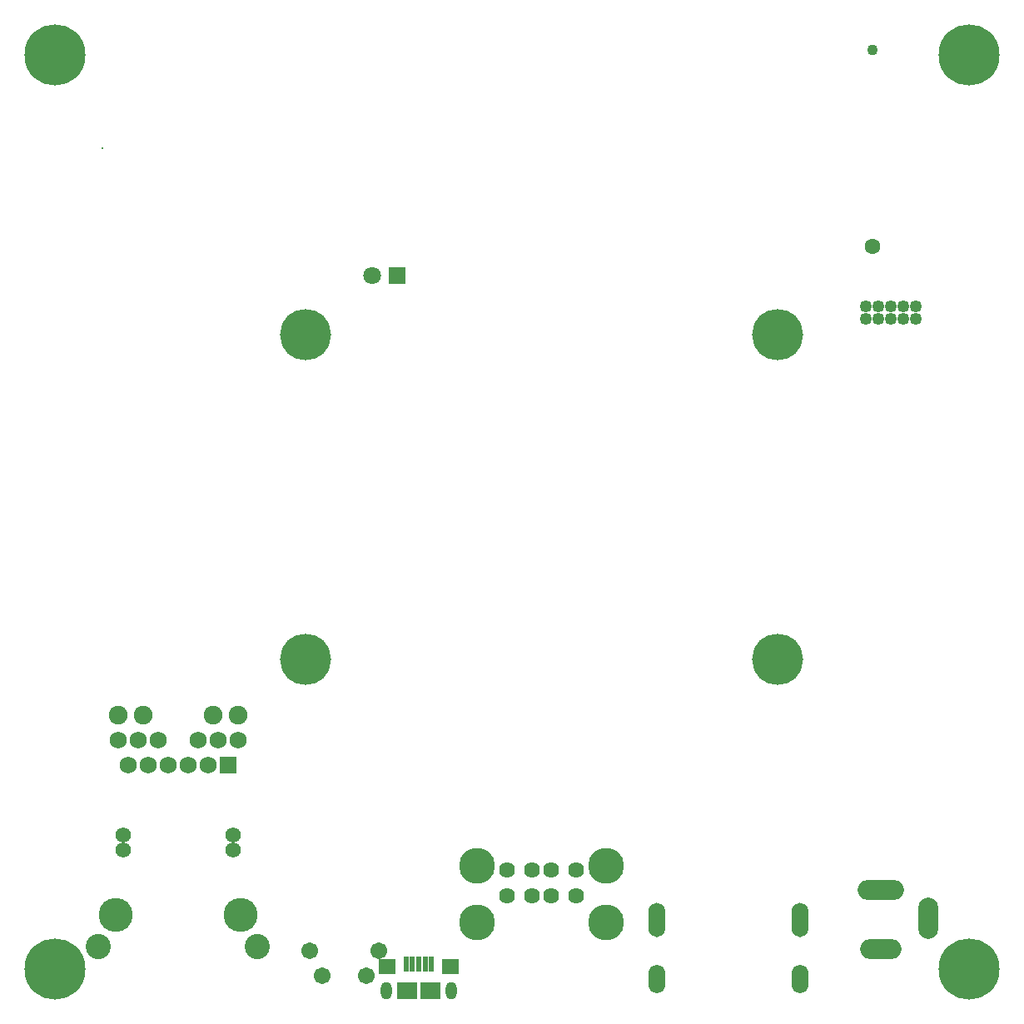
<source format=gbs>
G04*
G04 #@! TF.GenerationSoftware,Altium Limited,Altium Designer,22.2.1 (43)*
G04*
G04 Layer_Color=16711935*
%FSAX24Y24*%
%MOIN*%
G70*
G04*
G04 #@! TF.SameCoordinates,07477AA8-A169-438C-A272-D3E418652323*
G04*
G04*
G04 #@! TF.FilePolarity,Negative*
G04*
G01*
G75*
%ADD136O,0.1852X0.0789*%
%ADD137O,0.0789X0.1655*%
%ADD138O,0.1655X0.0789*%
%ADD139C,0.2442*%
%ADD140C,0.0710*%
%ADD141R,0.0710X0.0710*%
%ADD142C,0.0493*%
%ADD143O,0.0434X0.0710*%
%ADD144C,0.0639*%
%ADD145C,0.1438*%
%ADD146C,0.2049*%
%ADD147C,0.0620*%
%ADD148C,0.1360*%
%ADD149C,0.0755*%
%ADD150C,0.1010*%
%ADD151C,0.0680*%
%ADD152R,0.0680X0.0680*%
%ADD153C,0.0671*%
%ADD154O,0.0671X0.1379*%
%ADD155O,0.0671X0.1143*%
%ADD156C,0.0630*%
%ADD157C,0.0433*%
%ADD216R,0.0237X0.0611*%
%ADD217R,0.0828X0.0690*%
%ADD218R,0.0710X0.0631*%
%ADD219C,0.0080*%
D136*
X046260Y018327D02*
D03*
D137*
X048150Y017185D02*
D03*
D138*
X046260Y015945D02*
D03*
D139*
X013189Y015157D02*
D03*
X049803D02*
D03*
Y051772D02*
D03*
X013189D02*
D03*
D140*
X025878Y042913D02*
D03*
D141*
X026878D02*
D03*
D142*
X047654Y041687D02*
D03*
Y041187D02*
D03*
X047154Y041687D02*
D03*
X046654D02*
D03*
X047154Y041187D02*
D03*
X046654D02*
D03*
X046154Y041687D02*
D03*
X045654D02*
D03*
X046154Y041187D02*
D03*
X045654D02*
D03*
D143*
X026457Y014301D02*
D03*
X029055D02*
D03*
D144*
X031299Y019138D02*
D03*
X034055D02*
D03*
X033071D02*
D03*
X032283D02*
D03*
X033071Y018106D02*
D03*
X032283D02*
D03*
X034055D02*
D03*
X031299D02*
D03*
D145*
X030091Y019276D02*
D03*
X035264D02*
D03*
Y017039D02*
D03*
X030091D02*
D03*
D146*
X042126Y040551D02*
D03*
X023228Y027559D02*
D03*
X042126D02*
D03*
X023228Y040551D02*
D03*
D147*
X015910Y019923D02*
D03*
X020310D02*
D03*
X015910Y020523D02*
D03*
X020310D02*
D03*
D148*
X015610Y017323D02*
D03*
X020610D02*
D03*
D149*
X015710Y025323D02*
D03*
X019510D02*
D03*
X016710D02*
D03*
X020510D02*
D03*
D150*
X014935Y016073D02*
D03*
X021285D02*
D03*
D151*
X020510Y024323D02*
D03*
X016110Y023323D02*
D03*
X015710Y024323D02*
D03*
X019710D02*
D03*
X018910D02*
D03*
X018510Y023323D02*
D03*
X019310D02*
D03*
X017710D02*
D03*
X016910D02*
D03*
X016510Y024323D02*
D03*
X017310D02*
D03*
D152*
X020110Y023323D02*
D03*
D153*
X023408Y015884D02*
D03*
X023900Y014900D02*
D03*
X025672D02*
D03*
X026164Y015884D02*
D03*
D154*
X037303Y017136D02*
D03*
X043012D02*
D03*
D155*
X037303Y014774D02*
D03*
X043012D02*
D03*
D156*
X045915Y044094D02*
D03*
D157*
Y051968D02*
D03*
D216*
X027756Y015354D02*
D03*
X028012D02*
D03*
X028268D02*
D03*
X027500D02*
D03*
X027244D02*
D03*
D217*
X028228Y014301D02*
D03*
X027283D02*
D03*
D218*
X026496Y015266D02*
D03*
X029016D02*
D03*
D219*
X015108Y048032D02*
D03*
M02*

</source>
